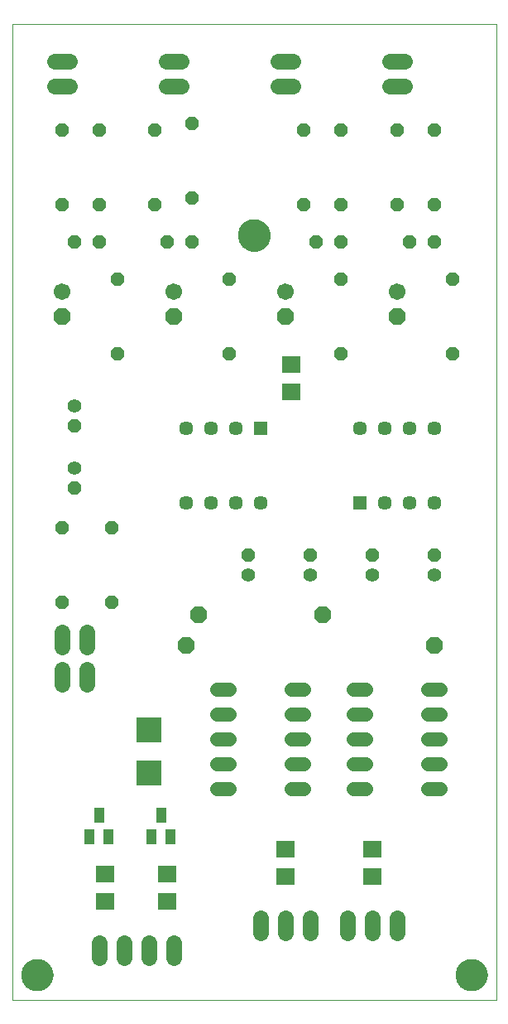
<source format=gts>
G75*
%MOIN*%
%OFA0B0*%
%FSLAX24Y24*%
%IPPOS*%
%LPD*%
%AMOC8*
5,1,8,0,0,1.08239X$1,22.5*
%
%ADD10C,0.0000*%
%ADD11C,0.1300*%
%ADD12C,0.0640*%
%ADD13OC8,0.0560*%
%ADD14C,0.0560*%
%ADD15OC8,0.0670*%
%ADD16C,0.0670*%
%ADD17R,0.0750X0.0670*%
%ADD18R,0.0434X0.0591*%
%ADD19C,0.0560*%
%ADD20R,0.0985X0.0985*%
%ADD21R,0.0570X0.0570*%
%ADD22C,0.0570*%
%ADD23R,0.0749X0.0670*%
D10*
X000100Y000100D02*
X000100Y039350D01*
X019600Y039350D01*
X019600Y000100D01*
X000100Y000100D01*
X000470Y001100D02*
X000472Y001150D01*
X000478Y001200D01*
X000488Y001249D01*
X000502Y001297D01*
X000519Y001344D01*
X000540Y001389D01*
X000565Y001433D01*
X000593Y001474D01*
X000625Y001513D01*
X000659Y001550D01*
X000696Y001584D01*
X000736Y001614D01*
X000778Y001641D01*
X000822Y001665D01*
X000868Y001686D01*
X000915Y001702D01*
X000963Y001715D01*
X001013Y001724D01*
X001062Y001729D01*
X001113Y001730D01*
X001163Y001727D01*
X001212Y001720D01*
X001261Y001709D01*
X001309Y001694D01*
X001355Y001676D01*
X001400Y001654D01*
X001443Y001628D01*
X001484Y001599D01*
X001523Y001567D01*
X001559Y001532D01*
X001591Y001494D01*
X001621Y001454D01*
X001648Y001411D01*
X001671Y001367D01*
X001690Y001321D01*
X001706Y001273D01*
X001718Y001224D01*
X001726Y001175D01*
X001730Y001125D01*
X001730Y001075D01*
X001726Y001025D01*
X001718Y000976D01*
X001706Y000927D01*
X001690Y000879D01*
X001671Y000833D01*
X001648Y000789D01*
X001621Y000746D01*
X001591Y000706D01*
X001559Y000668D01*
X001523Y000633D01*
X001484Y000601D01*
X001443Y000572D01*
X001400Y000546D01*
X001355Y000524D01*
X001309Y000506D01*
X001261Y000491D01*
X001212Y000480D01*
X001163Y000473D01*
X001113Y000470D01*
X001062Y000471D01*
X001013Y000476D01*
X000963Y000485D01*
X000915Y000498D01*
X000868Y000514D01*
X000822Y000535D01*
X000778Y000559D01*
X000736Y000586D01*
X000696Y000616D01*
X000659Y000650D01*
X000625Y000687D01*
X000593Y000726D01*
X000565Y000767D01*
X000540Y000811D01*
X000519Y000856D01*
X000502Y000903D01*
X000488Y000951D01*
X000478Y001000D01*
X000472Y001050D01*
X000470Y001100D01*
X009220Y030850D02*
X009222Y030900D01*
X009228Y030950D01*
X009238Y030999D01*
X009252Y031047D01*
X009269Y031094D01*
X009290Y031139D01*
X009315Y031183D01*
X009343Y031224D01*
X009375Y031263D01*
X009409Y031300D01*
X009446Y031334D01*
X009486Y031364D01*
X009528Y031391D01*
X009572Y031415D01*
X009618Y031436D01*
X009665Y031452D01*
X009713Y031465D01*
X009763Y031474D01*
X009812Y031479D01*
X009863Y031480D01*
X009913Y031477D01*
X009962Y031470D01*
X010011Y031459D01*
X010059Y031444D01*
X010105Y031426D01*
X010150Y031404D01*
X010193Y031378D01*
X010234Y031349D01*
X010273Y031317D01*
X010309Y031282D01*
X010341Y031244D01*
X010371Y031204D01*
X010398Y031161D01*
X010421Y031117D01*
X010440Y031071D01*
X010456Y031023D01*
X010468Y030974D01*
X010476Y030925D01*
X010480Y030875D01*
X010480Y030825D01*
X010476Y030775D01*
X010468Y030726D01*
X010456Y030677D01*
X010440Y030629D01*
X010421Y030583D01*
X010398Y030539D01*
X010371Y030496D01*
X010341Y030456D01*
X010309Y030418D01*
X010273Y030383D01*
X010234Y030351D01*
X010193Y030322D01*
X010150Y030296D01*
X010105Y030274D01*
X010059Y030256D01*
X010011Y030241D01*
X009962Y030230D01*
X009913Y030223D01*
X009863Y030220D01*
X009812Y030221D01*
X009763Y030226D01*
X009713Y030235D01*
X009665Y030248D01*
X009618Y030264D01*
X009572Y030285D01*
X009528Y030309D01*
X009486Y030336D01*
X009446Y030366D01*
X009409Y030400D01*
X009375Y030437D01*
X009343Y030476D01*
X009315Y030517D01*
X009290Y030561D01*
X009269Y030606D01*
X009252Y030653D01*
X009238Y030701D01*
X009228Y030750D01*
X009222Y030800D01*
X009220Y030850D01*
X017970Y001100D02*
X017972Y001150D01*
X017978Y001200D01*
X017988Y001249D01*
X018002Y001297D01*
X018019Y001344D01*
X018040Y001389D01*
X018065Y001433D01*
X018093Y001474D01*
X018125Y001513D01*
X018159Y001550D01*
X018196Y001584D01*
X018236Y001614D01*
X018278Y001641D01*
X018322Y001665D01*
X018368Y001686D01*
X018415Y001702D01*
X018463Y001715D01*
X018513Y001724D01*
X018562Y001729D01*
X018613Y001730D01*
X018663Y001727D01*
X018712Y001720D01*
X018761Y001709D01*
X018809Y001694D01*
X018855Y001676D01*
X018900Y001654D01*
X018943Y001628D01*
X018984Y001599D01*
X019023Y001567D01*
X019059Y001532D01*
X019091Y001494D01*
X019121Y001454D01*
X019148Y001411D01*
X019171Y001367D01*
X019190Y001321D01*
X019206Y001273D01*
X019218Y001224D01*
X019226Y001175D01*
X019230Y001125D01*
X019230Y001075D01*
X019226Y001025D01*
X019218Y000976D01*
X019206Y000927D01*
X019190Y000879D01*
X019171Y000833D01*
X019148Y000789D01*
X019121Y000746D01*
X019091Y000706D01*
X019059Y000668D01*
X019023Y000633D01*
X018984Y000601D01*
X018943Y000572D01*
X018900Y000546D01*
X018855Y000524D01*
X018809Y000506D01*
X018761Y000491D01*
X018712Y000480D01*
X018663Y000473D01*
X018613Y000470D01*
X018562Y000471D01*
X018513Y000476D01*
X018463Y000485D01*
X018415Y000498D01*
X018368Y000514D01*
X018322Y000535D01*
X018278Y000559D01*
X018236Y000586D01*
X018196Y000616D01*
X018159Y000650D01*
X018125Y000687D01*
X018093Y000726D01*
X018065Y000767D01*
X018040Y000811D01*
X018019Y000856D01*
X018002Y000903D01*
X017988Y000951D01*
X017978Y001000D01*
X017972Y001050D01*
X017970Y001100D01*
D11*
X018600Y001100D03*
X009850Y030850D03*
X001100Y001100D03*
D12*
X003600Y001800D02*
X003600Y002400D01*
X004600Y002400D02*
X004600Y001800D01*
X005600Y001800D02*
X005600Y002400D01*
X006600Y002400D02*
X006600Y001800D01*
X010100Y002800D02*
X010100Y003400D01*
X011100Y003400D02*
X011100Y002800D01*
X012100Y002800D02*
X012100Y003400D01*
X013600Y003400D02*
X013600Y002800D01*
X014600Y002800D02*
X014600Y003400D01*
X015600Y003400D02*
X015600Y002800D01*
X003100Y012800D02*
X003100Y013400D01*
X003100Y014300D02*
X003100Y014900D01*
X002100Y014900D02*
X002100Y014300D01*
X002100Y013400D02*
X002100Y012800D01*
X002400Y036850D02*
X001800Y036850D01*
X001800Y037850D02*
X002400Y037850D01*
X006300Y037850D02*
X006900Y037850D01*
X006900Y036850D02*
X006300Y036850D01*
X010800Y036850D02*
X011400Y036850D01*
X011400Y037850D02*
X010800Y037850D01*
X015300Y037850D02*
X015900Y037850D01*
X015900Y036850D02*
X015300Y036850D01*
D13*
X015600Y035100D03*
X017100Y035100D03*
X017100Y032100D03*
X017100Y030600D03*
X017850Y029100D03*
X017850Y026100D03*
X016100Y030600D03*
X015600Y032100D03*
X013350Y032100D03*
X013350Y030600D03*
X013350Y029100D03*
X012350Y030600D03*
X011850Y032100D03*
X011850Y035100D03*
X013350Y035100D03*
X013350Y026100D03*
X012100Y018000D03*
X009600Y018000D03*
X008850Y026100D03*
X008850Y029100D03*
X007350Y030600D03*
X006350Y030600D03*
X005850Y032100D03*
X005850Y035100D03*
X007350Y035350D03*
X007350Y032350D03*
X004350Y029100D03*
X003600Y030600D03*
X003600Y032100D03*
X002600Y030600D03*
X002100Y032100D03*
X002100Y035100D03*
X003600Y035100D03*
X004350Y026100D03*
X002600Y023200D03*
X002600Y020700D03*
X002100Y019100D03*
X002100Y016100D03*
X004100Y016100D03*
X004100Y019100D03*
X014600Y018000D03*
X017100Y018000D03*
D14*
X017100Y017200D03*
X014600Y017200D03*
X012100Y017200D03*
X009600Y017200D03*
X002600Y021500D03*
X002600Y024000D03*
D15*
X002100Y027600D03*
X006600Y027600D03*
X011100Y027600D03*
X015600Y027600D03*
X012600Y015600D03*
X017100Y014350D03*
X007600Y015600D03*
X007100Y014350D03*
D16*
X006600Y028600D03*
X002100Y028600D03*
X011100Y028600D03*
X015600Y028600D03*
D17*
X014600Y006160D03*
X014600Y005040D03*
X011100Y005040D03*
X011100Y006160D03*
X006350Y005160D03*
X006350Y004040D03*
X003850Y004040D03*
X003850Y005160D03*
D18*
X003974Y006667D03*
X003600Y007533D03*
X003226Y006667D03*
X005726Y006667D03*
X006474Y006667D03*
X006100Y007533D03*
D19*
X008340Y008600D02*
X008860Y008600D01*
X008860Y009600D02*
X008340Y009600D01*
X008340Y010600D02*
X008860Y010600D01*
X008860Y011600D02*
X008340Y011600D01*
X008340Y012600D02*
X008860Y012600D01*
X011340Y012600D02*
X011860Y012600D01*
X011860Y011600D02*
X011340Y011600D01*
X011340Y010600D02*
X011860Y010600D01*
X011860Y009600D02*
X011340Y009600D01*
X011340Y008600D02*
X011860Y008600D01*
X013840Y008600D02*
X014360Y008600D01*
X014360Y009600D02*
X013840Y009600D01*
X013840Y010600D02*
X014360Y010600D01*
X014360Y011600D02*
X013840Y011600D01*
X013840Y012600D02*
X014360Y012600D01*
X016840Y012600D02*
X017360Y012600D01*
X017360Y011600D02*
X016840Y011600D01*
X016840Y010600D02*
X017360Y010600D01*
X017360Y009600D02*
X016840Y009600D01*
X016840Y008600D02*
X017360Y008600D01*
D20*
X005600Y009234D03*
X005600Y010966D03*
D21*
X010100Y023100D03*
X014100Y020100D03*
D22*
X015100Y020100D03*
X016100Y020100D03*
X017100Y020100D03*
X017100Y023100D03*
X016100Y023100D03*
X015100Y023100D03*
X014100Y023100D03*
X010100Y020100D03*
X009100Y020100D03*
X008100Y020100D03*
X007100Y020100D03*
X007100Y023100D03*
X008100Y023100D03*
X009100Y023100D03*
D23*
X011350Y024549D03*
X011350Y025651D03*
M02*

</source>
